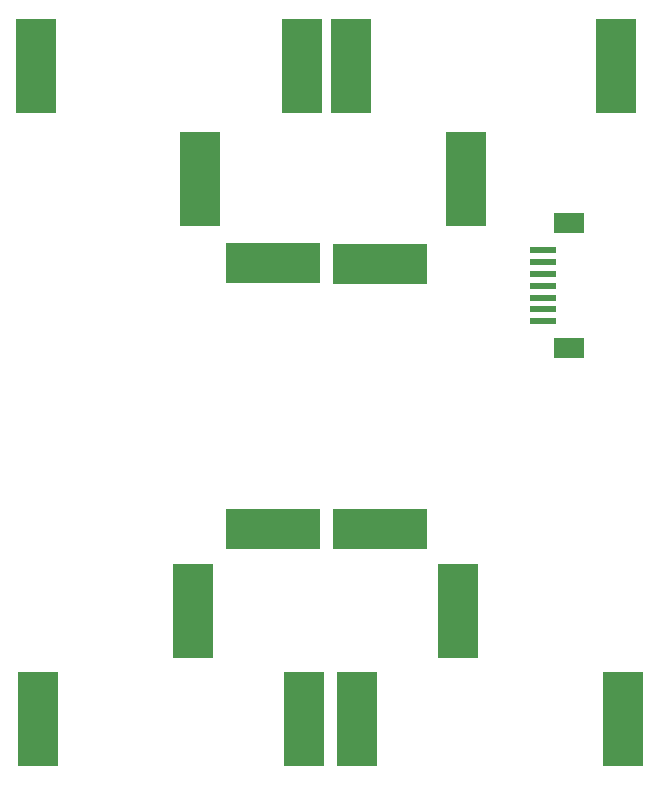
<source format=gtp>
G04 Layer: TopPasteMaskLayer*
G04 EasyEDA v6.3.22, 2020-01-22T11:07:26+01:00*
G04 3ac4b1cc3e28459caadfcca9b74a0810,6ac03ef627a24f5ab7c901ca926ad83b,10*
G04 Gerber Generator version 0.2*
G04 Scale: 100 percent, Rotated: No, Reflected: No *
G04 Dimensions in millimeters *
G04 leading zeros omitted , absolute positions ,3 integer and 3 decimal *
%FSLAX33Y33*%
%MOMM*%
G90*
G71D02*

%ADD14R,3.499993X8.000009*%
%ADD15R,8.000009X3.499993*%
%ADD16R,2.199996X0.599948*%
%ADD17R,2.599995X1.799996*%

%LPD*%
G54D14*
G01X4323Y4360D03*
G01X26824Y4360D03*
G01X53843Y4390D03*
G01X31344Y4390D03*
G01X39923Y13530D03*
G01X17424Y13530D03*
G01X4203Y59659D03*
G01X26703Y59659D03*
G01X53313Y59620D03*
G01X30813Y59620D03*
G01X40543Y50110D03*
G01X18044Y50110D03*
G54D15*
G01X24243Y20490D03*
G01X24243Y42990D03*
G01X33263Y20430D03*
G01X33263Y42929D03*
G54D16*
G01X47122Y44040D03*
G01X47122Y43040D03*
G01X47122Y42041D03*
G01X47122Y41041D03*
G01X47122Y40041D03*
G01X47122Y39042D03*
G01X47122Y38040D03*
G54D17*
G01X49325Y35740D03*
G01X49325Y46340D03*
M00*
M02*

</source>
